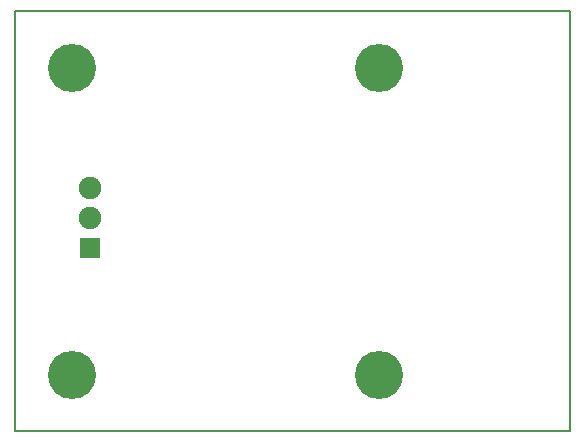
<source format=gbr>
%FSLAX23Y23*%
%MOIN*%
G04 EasyPC Gerber Version 18.0.1 Build 3581 *
%ADD25R,0.07000X0.07000*%
%ADD10C,0.00800*%
%ADD121C,0.07500*%
%ADD74C,0.16000*%
X0Y0D02*
D02*
D10*
X2341Y299D02*
Y1699D01*
X491*
Y299*
X2341*
D02*
D25*
X741Y911D03*
D02*
D74*
X680Y486D03*
Y1511D03*
X1704Y486D03*
Y1511D03*
D02*
D121*
X741Y1011D03*
Y1111D03*
X0Y0D02*
M02*

</source>
